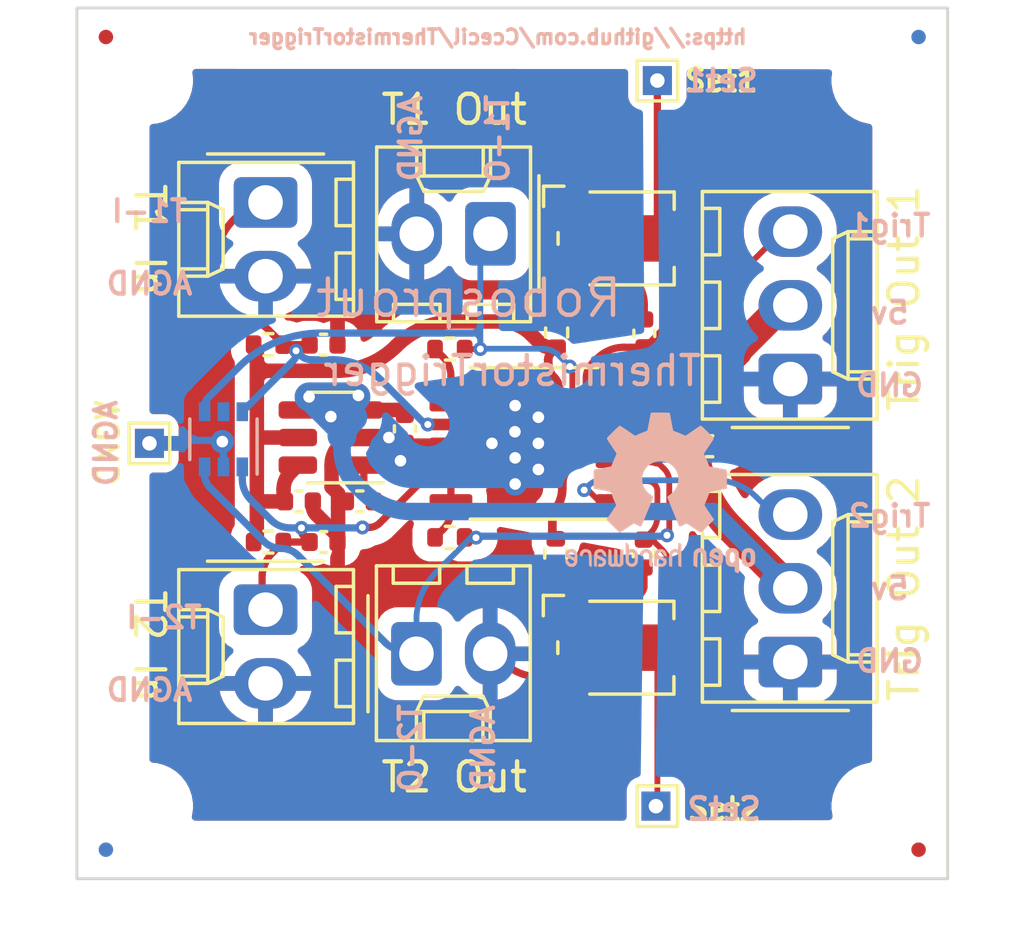
<source format=kicad_pcb>
(kicad_pcb (version 20221018) (generator pcbnew)
  (layers (0 "F.Cu" signal) (31 "B.Cu" signal) (34 "B.Paste" user) (35 "F.Paste" user) (36 "B.SilkS" user "B.Silkscreen") (37 "F.SilkS" user "F.Silkscreen") (38 "B.Mask" user) (39 "F.Mask" user) (44 "Edge.Cuts" user))
  (net 0 "")
  (net 1 "AGND")
  (net 2 "Net-(C2-Pad1)")
  (net 3 "+5V")
  (net 4 "GND")
  (net 5 "Net-(C4-Pad1)")
  (net 6 "Net-(C5-Pad1)")
  (net 7 "A2_out")
  (net 8 "A1_out")
  (net 9 "Net-(R3-Pad2)")
  (net 10 "Net-(R5-Pad2)")
  (net 11 "Net-(R7-Pad1)")
  (net 12 "Net-(R8-Pad1)")
  (net 13 "Net-(C3-Pad1)")
  (net 14 "Net-(C6-Pad1)")
  (net 15 "+3.3V")
  (net 16 "Net-(J5-Pad3)")
  (net 17 "Net-(J6-Pad3)")
  (net 19 "Net-(NT2-Pad2)")
  (footprint "Resistor_SMD:R_0402_1005Metric" (layer "F.Cu") (at 90.1 91.4)
    (fp_text reference "R2" hide)
    (fp_text value "4.7k" hide)
  )
  (footprint "Package_SO:TSSOP-14_4.4x5mm_P0.65mm" (layer "F.Cu") (at 99.25 88 180)
    (fp_text reference "U1" hide)
    (fp_text value "LMV324" hide)
  )
  (footprint "Potentiometer_SMD:Potentiometer_Bourns_TC33X_Vertical" (layer "F.Cu") (at 102.17 95.04)
    (fp_text reference "R6" hide)
    (fp_text value "100k" hide)
  )
  (footprint "Capacitor_SMD:C_0402_1005Metric" (layer "F.Cu") (at 103.05 84.21 90)
    (fp_text reference "C4" hide)
    (fp_text value "1uf" hide)
  )
  (footprint "Resistor_SMD:R_0402_1005Metric" (layer "F.Cu") (at 100 91.8 -90)
    (fp_text reference "R5" hide)
    (fp_text value "4.7k" hide)
  )
  (footprint "Connector_Molex:Molex_KK-254_AE-6410-02A_1x02_P2.54mm_Vertical" (layer "F.Cu") (at 95.2 95.25)
    (fp_text reference "J4" hide)
    (fp_text value "Conn_01x02_Male" hide)
  )
  (footprint "Resistor_SMD:R_0402_1005Metric" (layer "F.Cu") (at 96.35 91.24)
    (fp_text reference "R8" hide)
    (fp_text value "4.7k" hide)
  )
  (footprint "Connector_Molex:Molex_KK-254_AE-6410-02A_1x02_P2.54mm_Vertical" (layer "F.Cu") (at 90 93.73 -90)
    (fp_text reference "J2" hide)
    (fp_text value "Conn_01x02_Male" hide)
  )
  (footprint "Resistor_SMD:R_0402_1005Metric" (layer "F.Cu") (at 96.35 84.75)
    (fp_text reference "R7" hide)
    (fp_text value "4.7k" hide)
  )
  (footprint "Capacitor_SMD:C_0402_1005Metric" (layer "F.Cu") (at 93.25 90 180)
    (fp_text reference "C6" hide)
    (fp_text value "1uf" hide)
  )
  (footprint "MountingHole:MountingHole_2.5mm" (layer "F.Cu") (at 111 75.5)
    (fp_text reference "H2" hide)
    (fp_text value "MountingHole")
  )
  (footprint "NetTie:NetTie-2_SMD_Pad0.5mm" (layer "F.Cu") (at 90.2 87.8)
    (fp_text reference "NT2" hide)
    (fp_text value "NetTie_2" hide)
  )
  (footprint "TestPoint:TestPoint_THTPad_1.0x1.0mm_Drill0.5mm" (layer "F.Cu") (at 103.5 100.5)
    (fp_text reference "TP3" hide)
    (fp_text value "TestPoint")
  )
  (footprint "Connector_Molex:Molex_KK-254_AE-6410-02A_1x02_P2.54mm_Vertical" (layer "F.Cu") (at 90 79.7 -90)
    (fp_text reference "J1" hide)
    (fp_text value "Conn_01x02_Male" hide)
  )
  (footprint "Connector_Molex:Molex_KK-254_AE-6410-03A_1x03_P2.54mm_Vertical" (layer "F.Cu") (at 108.0805 85.7846 90)
    (fp_text reference "J5" hide)
    (fp_text value "Conn_01x03_Male" hide)
  )
  (footprint "Capacitor_SMD:C_0402_1005Metric" (layer "F.Cu") (at 92 91.4)
    (fp_text reference "C3" hide)
    (fp_text value "1uf" hide)
  )
  (footprint "MountingHole:MountingHole_2.5mm" (layer "F.Cu") (at 86 100.5)
    (fp_text reference "H3" hide)
    (fp_text value "MountingHole")
  )
  (footprint "Capacitor_SMD:C_0402_1005Metric" (layer "F.Cu") (at 91.15 90)
    (fp_text reference "C8" hide)
    (fp_text value "1uf")
  )
  (footprint "MountingHole:MountingHole_2.5mm" (layer "F.Cu") (at 86 75.5)
    (fp_text reference "H1" hide)
    (fp_text value "MountingHole")
  )
  (footprint "Capacitor_SMD:C_0402_1005Metric" (layer "F.Cu") (at 94.8 87.5 -90)
    (fp_text reference "C7" hide)
    (fp_text value "1uf" hide)
  )
  (footprint "Capacitor_SMD:C_0402_1005Metric" (layer "F.Cu") (at 92 84.6)
    (fp_text reference "C2" hide)
    (fp_text value "1uf" hide)
  )
  (footprint "MountingHole:MountingHole_2.5mm" (layer "F.Cu") (at 111 100.5)
    (fp_text reference "H4" hide)
    (fp_text value "MountingHole")
  )
  (footprint "Capacitor_SMD:C_0402_1005Metric" (layer "F.Cu") (at 105.3 88.1)
    (fp_text reference "C1" hide)
    (fp_text value "1uf" hide)
  )
  (footprint "Resistor_SMD:R_0402_1005Metric" (layer "F.Cu") (at 100.03 84.18 90)
    (fp_text reference "R3" hide)
    (fp_text value "4.7k" hide)
  )
  (footprint "NetTie:NetTie-2_SMD_Pad0.5mm" (layer "F.Cu") (at 92.5 90.7 -90)
    (fp_text reference "NT1" hide)
    (fp_text value "NetTie_2" hide)
  )
  (footprint "Fiducial:Fiducial_0.5mm_Mask1mm" (layer "F.Cu") (at 112.5 102)
    (fp_text reference "FID2" hide)
    (fp_text value "Fiducial")
  )
  (footprint "TestPoint:TestPoint_THTPad_1.0x1.0mm_Drill0.5mm" (layer "F.Cu") (at 103.5 75.5)
    (fp_text reference "TP2" hide)
    (fp_text value "TestPoint")
  )
  (footprint "Fiducial:Fiducial_0.5mm_Mask1mm" (layer "F.Cu") (at 84.5 74)
    (fp_text reference "FID1" hide)
    (fp_text value "Fiducial")
  )
  (footprint "Potentiometer_SMD:Potentiometer_Bourns_TC33X_Vertical" (layer "F.Cu") (at 102.18 80.94)
    (fp_text reference "R4" hide)
    (fp_text value "100k" hide)
  )
  (footprint "Connector_Molex:Molex_KK-254_AE-6410-02A_1x02_P2.54mm_Vertical" (layer "F.Cu") (at 97.75 80.78 180)
    (fp_text reference "J3" hide)
    (fp_text value "Conn_01x02_Male" hide)
  )
  (footprint "TestPoint:TestPoint_THTPad_1.0x1.0mm_Drill0.5mm" (layer "F.Cu") (at 86 88)
    (fp_text reference "TP1" hide)
    (fp_text value "TestPoint")
  )
  (footprint "Capacitor_SMD:C_0402_1005Metric" (layer "F.Cu") (at 103.03 91.8 -90)
    (fp_text reference "C5" hide)
    (fp_text value "1uf")
  )
  (footprint "Connector_Molex:Molex_KK-254_AE-6410-03A_1x03_P2.54mm_Vertical" (layer "F.Cu") (at 108.0805 95.5346 90)
    (fp_text reference "J6" hide)
    (fp_text value "Conn_01x03_Male" hide)
  )
  (footprint "Package_TO_SOT_SMD:SOT-23-6" (layer "F.Cu") (at 92.25 87.8 180)
    (fp_text reference "U3" hide)
    (fp_text value "MAX6070BAUT33+T" hide)
  )
  (footprint "Resistor_SMD:R_0402_1005Metric" (layer "F.Cu") (at 90.1 84.6)
    (fp_text reference "R1" hide)
    (fp_text value "4.7k" hide)
  )
  (footprint "Fiducial:Fiducial_0.5mm_Mask1mm" (layer "B.Cu") (at 112.5 74 180)
    (fp_text reference "FID4" hide)
    (fp_text value "Fiducial")
  )
  (footprint "Symbol:OSHW-Logo2_7.3x6mm_SilkScreen" (layer "B.Cu") (at 103.6 89.7 180)
    (fp_text reference "REF**" hide)
    (fp_text value "OSHW-Logo2_7.3x6mm_SilkScreen" hide)
  )
  (footprint "Fiducial:Fiducial_0.5mm_Mask1mm" (layer "B.Cu") (at 84.5 102 180)
    (fp_text reference "FID3" hide)
    (fp_text value "Fiducial")
  )
  (footprint "Package_TO_SOT_SMD:SOT-363_SC-70-6" (layer "B.Cu") (at 88.55 87.86 90)
    (fp_text reference "U2" hide)
    (fp_text value "TPD4E1U06DCKR" hide)
  )
  (gr_rect (start 83.5 73) (end 113.5 103) (stroke (width 0.1)) (fill none) (layer "Edge.Cuts"))
  (gr_text "AGND" (at 86 96.5) (layer "B.SilkS") (effects (font (size 0.75 0.75)) (justify mirror)))
  (gr_text "Trig2" (at 111.5 90.5) (layer "B.SilkS") (effects (font (size 0.75 0.75)) (justify mirror)))
  (gr_text "T1-I" (at 86 80) (layer "B.SilkS") (effects (font (size 0.75 0.75)) (justify mirror)))
  (gr_text "Set1" (at 105.7 75.5) (layer "B.SilkS") (effects (font (size 0.75 0.75)) (justify mirror)))
  (gr_text "Set2" (at 105.8 100.6) (layer "B.SilkS") (effects (font (size 0.75 0.75)) (justify mirror)))
  (gr_text "AGND" (at 86 82.5) (layer "B.SilkS") (effects (font (size 0.75 0.75)) (justify mirror)))
  (gr_text "T1-O" (at 98 77.5 90) (layer "B.SilkS") (effects (font (size 0.75 0.75)) (justify mirror)))
  (gr_text "T2-O" (at 95 98.5 90) (layer "B.SilkS") (effects (font (size 0.75 0.75)) (justify mirror)))
  (gr_text "Robosprout" (at 97 83) (layer "B.SilkS") (effects (font (size 1.25 1.25)) (justify mirror)))
  (gr_text "5v" (at 111.5 93) (layer "B.SilkS") (effects (font (size 0.75 0.75)) (justify mirror)))
  (gr_text "GND" (at 111.5 95.5) (layer "B.SilkS") (effects (font (size 0.75 0.75)) (justify mirror)))
  (gr_text "https://github.com/Ccecil/ThermistorTrigger" (at 98 74) (layer "B.SilkS") (effects (font (size 0.5 0.5) (thickness 0.125)) (justify mirror)))
  (gr_text "AGND" (at 84.498681 87.998681 -270) (layer "B.SilkS") (effects (font (size 0.75 0.75)) (justify mirror)))
  (gr_text "GND" (at 111.5 86) (layer "B.SilkS") (effects (font (size 0.75 0.75)) (justify mirror)))
  (gr_text "Trig1" (at 111.5 80.5) (layer "B.SilkS") (effects (font (size 0.75 0.75)) (justify mirror)))
  (gr_text "AGND" (at 97.5 98.5 90) (layer "B.SilkS") (effects (font (size 0.75 0.75)) (justify mirror)))
  (gr_text "T2-I" (at 86.5 94) (layer "B.SilkS") (effects (font (size 0.75 0.75)) (justify mirror)))
  (gr_text "5v" (at 111.5 83.5) (layer "B.SilkS") (effects (font (size 0.75 0.75)) (justify mirror)))
  (gr_text "ThermistorTrigger" (at 98.5 85.5) (layer "B.SilkS") (effects (font (size 1 1)) (justify mirror)))
  (gr_text "AGND" (at 95 77.5 90) (layer "B.SilkS") (effects (font (size 0.75 0.75)) (justify mirror)))
  (gr_text "T2 Out" (at 96.5 99.5) (layer "F.SilkS") (effects (font (size 1 1))))
  (gr_text "AGND" (at 84.5 88 270) (layer "F.SilkS") (effects (font (size 0.75 0.75))))
  (gr_text "Set1" (at 105.7 75.5) (layer "F.SilkS") (effects (font (size 0.75 0.75))))
  (gr_text "Trig Out 1" (at 112 83 90) (layer "F.SilkS") (effects (font (size 1 1))))
  (gr_text "T1 In" (at 86 81 270) (layer "F.SilkS") (effects (font (size 1 1))))
  (gr_text "T1 Out" (at 96.5 76.5) (layer "F.SilkS") (effects (font (size 1 1))))
  (gr_text "Trig Out 2" (at 112 93 90) (layer "F.SilkS") (effects (font (size 1 1))))
  (gr_text "T2 In" (at 86 95 270) (layer "F.SilkS") (effects (font (size 1 1))))
  (gr_text "Set2" (at 105.8 100.6) (layer "F.SilkS") (effects (font (size 0.75 0.75))))
  (segment (start 103.038966 92.9464) (end 103.038966 92.295305) (width 0.25) (layer "F.Cu") (net 1))
  (segment (start 91.63 90.165) (end 91.63 90) (width 0.25) (layer "F.Cu") (net 1))
  (segment (start 103.05 83.215) (end 103.05 83.73) (width 0.25) (layer "F.Cu") (net 1))
  (segment (start 103.034483 92.284483) (end 103.03 92.28) (width 0.25) (layer "F.Cu") (net 1))
  (segment (start 100.2169 96.04) (end 99.395893 96.04) (width 0.25) (layer "F.Cu") (net 1))
  (segment (start 92.43636 91.13636) (end 91.746672 90.446672) (width 0.5) (layer "F.Cu") (net 1))
  (segment (start 100.38 79.985) (end 100.38 79.94) (width 0.25) (layer "F.Cu") (net 1))
  (via (at 88.51 87.94) (size 0.8) (drill 0.4) (layers "F.Cu" "B.Cu") (net 1))
  (arc (start 99.395893 96.04) (mid 98.822761 95.93765) (end 98.31869 95.64535) (width 0.25) (layer "F.Cu") (net 1))
  (arc (start 103.038966 92.295305) (mid 103.0378 92.289448) (end 103.034483 92.284483) (width 0.25) (layer "F.Cu") (net 1))
  (arc (start 91.746672 90.446672) (mid 91.660322 90.317439) (end 91.63 90.165) (width 0.5) (layer "F.Cu") (net 1))
  (arc (start 100.411819 80.061819) (mid 100.388269 80.026574) (end 100.38 79.985) (width 0.25) (layer "F.Cu") (net 1))
  (arc (start 102.918448 93.185351) (mid 102.997202 93.075451) (end 103.038966 92.9464) (width 0.25) (layer "F.Cu") (net 1))
  (arc (start 102.68584 82.33584) (mid 102.955357 82.739202) (end 103.05 83.215) (width 0.25) (layer "F.Cu") (net 1))
  (segment (start 88.441715 87.9) (end 86.1 87.9) (width 0.25) (layer "B.Cu") (net 1))
  (segment (start 88.53 87.96) (end 88.51 87.94) (width 0.25) (layer "B.Cu") (net 1))
  (segment (start 88.55 88.008284) (end 88.55 88.81) (width 0.25) (layer "B.Cu") (net 1))
  (arc (start 88.53 87.96) (mid 88.544802 87.982152) (end 88.55 88.008284) (width 0.25) (layer "B.Cu") (net 1))
  (segment (start 95.590135 87.35) (end 96.3875 87.35) (width 0.25) (layer "F.Cu") (net 2))
  (segment (start 90.61 84.6) (end 90.102444 84.092444) (width 0.25) (layer "F.Cu") (net 2))
  (segment (start 90.61 84.6) (end 91.39025 84.6) (width 0.25) (layer "F.Cu") (net 2))
  (segment (start 91.05 84.8105) (end 91.168752 84.691747) (width 0.25) (layer "F.Cu") (net 2))
  (segment (start 89.358578 79.841421) (end 88.899999 80.299999) (width 0.25) (layer "F.Cu") (net 2))
  (segment (start 88.812132 83.7) (end 89.155 83.7) (width 0.25) (layer "F.Cu") (net 2))
  (segment (start 88.3 83.187867) (end 88.3 81.748528) (width 0.25) (layer "F.Cu") (net 2))
  (segment (start 89.7 79.7) (end 89.9 79.7) (width 0.25) (layer "F.Cu") (net 2))
  (via (at 91.05 84.8105) (size 0.48) (drill 0.24) (layers "F.Cu" "B.Cu") (net 2))
  (via (at 95.590135 87.35) (size 0.48) (drill 0.24) (layers "F.Cu" "B.Cu") (net 2))
  (arc (start 91.168752 84.691747) (mid 91.270376 84.623844) (end 91.39025 84.6) (width 0.25) (layer "F.Cu") (net 2))
  (arc (start 88.3 83.187867) (mid 88.338983 83.383852) (end 88.45 83.55) (width 0.25) (layer "F.Cu") (net 2))
  (arc (start 88.3 81.748528) (mid 88.455934 80.96459) (end 88.899999 80.299999) (width 0.25) (layer "F.Cu") (net 2))
  (arc (start 90.102444 84.092444) (mid 89.667753 83.801992) (end 89.155 83.7) (width 0.25) (layer "F.Cu") (net 2))
  (arc (start 88.812132 83.7) (mid 88.616147 83.661016) (end 88.45 83.55) (width 0.25) (layer "F.Cu") (net 2))
  (arc (start 89.358578 79.841421) (mid 89.515223 79.736754) (end 89.7 79.7) (width 0.25) (layer "F.Cu") (net 2))
  (segment (start 91.05 84.8105) (end 91.20475 84.96525) (width 0.25) (layer "B.Cu") (net 2))
  (segment (start 91.05 84.8105) (end 91.05 84.93525) (width 0.25) (layer "B.Cu") (net 2))
  (segment (start 95.590135 87.35) (end 95.549635 87.35) (width 0.25) (layer "B.Cu") (net 2))
  (segment (start 90.961788 85.148211) (end 89.2 86.91) (width 0.25) (layer "B.Cu") (net 2))
  (segment (start 92.319317 85.12) (end 91.578349 85.12) (width 0.25) (layer "B.Cu") (net 2))
  (segment (start 93.957828 85.798693) (end 95.480497 87.321362) (width 0.25) (layer "B.Cu") (net 2))
  (arc (start 90.961788 85.148211) (mid 91.027074 85.050503) (end 91.05 84.93525) (width 0.25) (layer "B.Cu") (net 2))
  (arc (start 95.549635 87.35) (mid 95.512217 87.342557) (end 95.480497 87.321362) (width 0.25) (layer "B.Cu") (net 2))
  (arc (start 93.957828 85.798693) (mid 93.206072 85.296386) (end 92.319317 85.12) (width 0.25) (layer "B.Cu") (net 2))
  (arc (start 91.20475 84.96525) (mid 91.376158 85.079781) (end 91.578349 85.12) (width 0.25) (layer "B.Cu") (net 2))
  (segment (start 92.275 87.054361) (end 92.25 87.079361) (width 0.5) (layer "F.Cu") (net 3))
  (segment (start 93.08993 86.3495) (end 93.2 86.3495) (width 0.5) (layer "F.Cu") (net 3))
  (segment (start 91.985319 86.4) (end 91.5 86.4) (width 0.5) (layer "F.Cu") (net 3))
  (segment (start 92.135319 86.96468) (end 92.25 87.079361) (width 0.5) (layer "F.Cu") (net 3))
  (segment (start 92.3 86.71468) (end 92.3 86.994005) (width 0.5) (layer "F.Cu") (net 3))
  (segment (start 92.36468 86.96468) (end 92.25 87.079361) (width 0.5) (layer "F.Cu") (net 3))
  (segment (start 107.717066 83.33953) (end 106.302913 84.753683) (width 1) (layer "F.Cu") (net 3))
  (segment (start 92.154386 87.054386) (end 91.5 86.4) (width 0.5) (layer "F.Cu") (net 3))
  (segment (start 102.1125 88) (end 104.27 88) (width 0.4) (layer "F.Cu") (net 3))
  (segment (start 104.8105 88.009974) (end 104.8105 87.338331) (width 1) (layer "F.Cu") (net 3))
  (segment (start 92.25 87.079361) (end 92.90203 86.42733) (width 0.5) (layer "F.Cu") (net 3))
  (segment (start 91.858456 86.85) (end 91.1125 86.85) (width 0.5) (layer "F.Cu") (net 3))
  (segment (start 93.3875 86.85) (end 92.641543 86.85) (width 0.5) (layer "F.Cu") (net 3))
  (segment (start 106.022923 90.937023) (end 108.0805 92.9946) (width 1) (layer "F.Cu") (net 3))
  (segment (start 94.715 86.935) (end 94.8 87.02) (width 0.5) (layer "F.Cu") (net 3))
  (segment (start 93.2 86.3495) (end 93.17475 86.37475) (width 0.5) (layer "F.Cu") (net 3))
  (segment (start 92.25 87.079361) (end 92.21468 87.079361) (width 0.5) (layer "F.Cu") (net 3))
  (segment (start 94.509791 86.85) (end 93.3875 86.85) (width 0.5) (layer "F.Cu") (net 3))
  (segment (start 92.61468 86.4) (end 91.985319 86.4) (width 0.5) (layer "F.Cu") (net 3))
  (segment (start 93.113791 86.4) (end 92.61468 86.4) (width 0.5) (layer "F.Cu") (net 3))
  (segment (start 105.547999 85.557848) (end 106.268086 84.837762) (width 1) (layer "F.Cu") (net 3))
  (via (at 91.5 86.4) (size 0.8) (drill 0.4) (layers "F.Cu" "B.Cu") (net 3))
  (via (at 93.2 86.3495) (size 0.8) (drill 0.4) (layers "F.Cu" "B.Cu") (net 3))
  (via (at 92.25 87.079361) (size 0.8) (drill 0.4) (layers "F.Cu" "B.Cu") (net 3))
  (arc (start 92.135319 86.96468) (mid 92.008293 86.879804) (end 91.858456 86.85) (width 0.5) (layer "F.Cu") (net 3))
  (arc (start 105.547999 85.557848) (mid 105.002169 86.37474) (end 104.8105 87.338331) (width 1) (layer "F.Cu") (net 3))
  (arc (start 92.154386 87.054386) (mid 92.182049 87.07287) (end 92.21468 87.079361) (width 0.5) (layer "F.Cu") (net 3))
  (arc (start 92.3 86.71468) (mid 92.392167 86.492167) (end 92.61468 86.4) (width 0.5) (layer "F.Cu") (net 3))
  (arc (start 92.275 87.054361) (mid 92.293502 87.026669) (end 92.3 86.994005) (width 0.5) (layer "F.Cu") (net 3))
  (arc (start 92.3 86.71468) (mid 92.207832 86.492167) (end 91.985319 86.4) (width 0.5) (layer "F.Cu") (net 3))
  (arc (start 104.8105 88.009974) (mid 105.125598 89.594081) (end 106.022923 90.937023) (width 1) (layer "F.Cu") (net 3))
  (arc (start 94.715 86.935) (mid 94.620849 86.87209) (end 94.509791 86.85) (width 0.5) (layer "F.Cu") (net 3))
  (arc (start 93.113791 86.4) (mid 93.146781 86.393437) (end 93.17475 86.37475) (width 0.5) (layer "F.Cu") (net 3))
  (arc (start 93.08993 86.3495) (mid 92.988239 86.369727) (end 92.90203 86.42733) (width 0.5) (layer "F.Cu") (net 3))
  (arc (start 92.36468 86.96468) (mid 92.491706 86.879804) (end 92.641543 86.85) (width 0.5) (layer "F.Cu") (net 3))
  (segment (start 95.05033 90.35) (end 105.421281 90.35) (width 0.6) (layer "B.Cu") (net 3))
  (segment (start 93.005368 87.094631) (end 92.827978 87.27202) (width 1) (layer "B.Cu") (net 3))
  (segment (start 105.4332 90.3473) (end 108.0805 92.9946) (width 0.6) (layer "B.Cu") (net 3))
  (segment (start 93.113791 86.4) (end 91.5 86.4) (width 1) (layer "B.Cu") (net 3))
  (segment (start 93.2 86.3495) (end 93.17475 86.37475) (width 0.5) (layer "B.Cu") (net 3))
  (segment (start 92.442659 87.272021) (end 92.25 87.079361) (width 1) (layer "B.Cu") (net 3))
  (segment (start 92.635319 88.2) (end 92.635319 87.737143) (width 0.6) (layer "B.Cu") (net 3))
  (segment (start 93.2 86.62475) (end 93.2 86.3495) (width 0.5) (layer "B.Cu") (net 3))
  (segment (start 91.595613 86.424974) (end 92.25 87.079361) (width 1) (layer "B.Cu") (net 3))
  (segment (start 93.155268 89.455268) (end 93.342659 89.642659) (width 0.6) (layer "B.Cu") (net 3))
  (segment (start 91.535319 86.4) (end 91.5 86.4) (width 0.5) (layer "B.Cu") (net 3))
  (arc (start 92.827978 87.27202) (mid 92.635318 87.351823) (end 92.442659 87.272021) (width 1) (layer "B.Cu") (net 3))
  (arc (start 91.595613 86.424974) (mid 91.56795 86.40649) (end 91.535319 86.4) (width 1) (layer "B.Cu") (net 3))
  (arc (start 105.4332 90.3473) (mid 105.4305 90.346181) (end 105.4278 90.3473) (width 0.6) (layer "B.Cu") (net 3))
  (arc (start 92.827978 87.27202) (mid 92.685389 87.48542) (end 92.635319 87.737143) (width 1) (layer "B.Cu") (net 3))
  (arc (start 92.635319 87.737143) (mid 92.585248 87.48542) (end 92.442659 87.272021) (width 0.6) (layer "B.Cu") (net 3))
  (arc (start 93.2 86.62475) (mid 93.149416 86.879047) (end 93.005368 87.094631) (width 0.5) (layer "B.Cu") (net 3))
  (arc (start 93.155268 89.455268) (mid 92.770449 88.879346) (end 92.635319 88.2) (width 0.6) (layer "B.Cu") (net 3))
  (arc (start 93.113791 86.4) (mid 93.146781 86.393437) (end 93.17475 86.37475) (width 0.5) (layer "B.Cu") (net 3))
  (arc (start 105.4278 90.3473) (mid 105.424809 90.349298) (end 105.421281 90.35) (width 0.6) (layer "B.Cu") (net 3))
  (arc (start 95.05033 90.35) (mid 94.126145 90.166168) (end 93.342659 89.642659) (width 0.6) (layer "B.Cu") (net 3))
  (segment (start 97.916462 87.98) (end 97.923507 87.98) (width 0.3) (layer "F.Cu") (net 4))
  (segment (start 97.96174 87.98) (end 97.953507 87.98) (width 0.3) (layer "F.Cu") (net 4))
  (segment (start 97.88298 87.98) (end 97.890605 87.98) (width 0.3) (layer "F.Cu") (net 4))
  (segment (start 97.965857 87.98) (end 97.96174 87.98) (width 0.3) (layer "F.Cu") (net 4))
  (segment (start 97.843534 87.98) (end 97.861766 87.98) (width 0.3) (layer "F.Cu") (net 4))
  (segment (start 93.195372 87.8) (end 93.091635 87.8) (width 0.5) (layer "F.Cu") (net 4))
  (segment (start 94.25 87.8) (end 94.25 88) (width 0.25) (layer "F.Cu") (net 4))
  (segment (start 94.32436 87.8) (end 93.98764 87.8) (width 0.5) (layer "F.Cu") (net 4))
  (segment (start 92.5 89.73) (end 92.5 90.2) (width 0.5) (layer "F.Cu") (net 4))
  (segment (start 94.49272 87.8) (end 94.32436 87.8) (width 0.5) (layer "F.Cu") (net 4))
  (segment (start 93.837312 87.8) (end 93.98764 87.8) (width 0.5) (layer "F.Cu") (net 4))
  (segment (start 93.047441 87.8) (end 93.091635 87.8) (width 0.5) (layer "F.Cu") (net 4))
  (segment (start 97.935275 87.98) (end 97.923507 87.98) (width 0.3) (layer "F.Cu") (net 4))
  (segment (start 93.837312 87.8) (end 93.706185 87.8) (width 0.5) (layer "F.Cu") (net 4))
  (segment (start 93.70162 87.8) (end 93.706185 87.8) (width 0.5) (layer "F.Cu") (net 4))
  (segment (start 92.969638 87.8) (end 93.016743 87.8) (width 0.25) (layer "F.Cu") (net 4))
  (segment (start 97.685884 87.98) (end 97.634116 87.98) (width 0.3) (layer "F.Cu") (net 4))
  (segment (start 92.763971 87.8625) (end 92.550736 88.075736) (width 0.5) (layer "F.Cu") (net 4))
  (segment (start 97.99 87.99) (end 98 88) (width 0.3) (layer "F.Cu") (net 4))
  (segment (start 97.916462 87.98) (end 97.890605 87.98) (width 0.3) (layer "F.Cu") (net 4))
  (segment (start 93.31737 87.8) (end 93.29911 87.8) (width 0.5) (layer "F.Cu") (net 4))
  (segment (start 93.225871 87.8) (end 93.195372 87.8) (width 0.5) (layer "F.Cu") (net 4))
  (segment (start 92.969638 87.8) (end 92.933119 87.8) (width 0.25) (layer "F.Cu") (net 4))
  (segment (start 93.26861 87.8) (end 93.225871 87.8) (width 0.5) (layer "F.Cu") (net 4))
  (segment (start 97.42 87.98) (end 94.906066 87.98) (width 0.3) (layer "F.Cu") (net 4))
  (segment (start 93.33563 87.8) (end 93.31737 87.8) (width 0.5) (layer "F.Cu") (net 4))
  (segment (start 97.58 87.98) (end 97.42 87.98) (width 0.3) (layer "F.Cu") (net 4))
  (segment (start 93.33563 87.8) (end 93.361564 87.8) (width 0.5) (layer "F.Cu") (net 4))
  (segment (start 93.431692 87.8) (end 93.361564 87.8) (width 0.5) (layer "F.Cu") (net 4))
  (segment (start 97.796463 87.98) (end 97.775276 87.98) (width 0.3) (layer "F.Cu") (net 4))
  (segment (start 97.77058 87.98) (end 97.765884 87.98) (width 0.3) (layer "F.Cu") (net 4))
  (segment (start 93.457626 87.8) (end 93.431692 87.8) (width 0.5) (layer "F.Cu") (net 4))
  (segment (start 97.843534 87.98) (end 97.796463 87.98) (width 0.3) (layer "F.Cu") (net 4))
  (segment (start 93.29911 87.8) (end 93.28085 87.8) (width 0.5) (layer "F.Cu") (net 4))
  (segment (start 97.765884 87.98) (end 97.737652 87.98) (width 0.3) (layer "F.Cu") (net 4))
  (segment (start 93.579623 87.8) (end 93.457626 87.8) (width 0.5) (layer "F.Cu") (net 4))
  (segment (start 93.047441 87.8) (end 93.032092 87.8) (width 0.5) (layer "F.Cu") (net 4))
  (segment (start 97.88298 87.98) (end 97.872373 87.98) (width 0.3) (layer "F.Cu") (net 4))
  (segment (start 94.65 88.236066) (end 94.65 88.6) (width 0.25) (layer "F.Cu") (net 4))
  (segment (start 97.58 87.98) (end 97.634116 87.98) (width 0.3) (layer "F.Cu") (net 4))
  (segment (start 94.725 87.905) (end 94.71 87.89) (width 0.5) (layer "F.Cu") (net 4))
  (segment (start 93.26861 87.8) (end 93.28085 87.8) (width 0.5) (layer "F.Cu") (net 4))
  (segment (start 97.775276 87.98) (end 97.77058 87.98) (width 0.3) (layer "F.Cu") (net 4))
  (segment (start 92.933119 87.8) (end 92.91486 87.8) (width 0.25) (layer "F.Cu") (net 4))
  (segment (start 92.275 88.741421) (end 92.275 89.505) (width 0.5) (layer "F.Cu") (net 4))
  (segment (start 97.737652 87.98) (end 97.685884 87.98) (width 0.3) (layer "F.Cu") (net 4))
  (segment (start 93.70162 87.8) (end 93.579623 87.8) (width 0.5) (layer "F.Cu") (net 4))
  (segment (start 97.947043 87.98) (end 97.935275 87.98) (width 0.3) (layer "F.Cu") (net 4))
  (segment (start 97.947043 87.98) (end 97.953507 87.98) (width 0.3) (layer "F.Cu") (net 4))
  (segment (start 92.275 89.505) (end 92.5 89.73) (width 0.5) (layer "F.Cu") (net 4))
  (segment (start 93.032092 87.8) (end 93.016743 87.8) (width 0.25) (layer "F.Cu") (net 4))
  (segment (start 97.872373 87.98) (end 97.861766 87.98) (width 0.3) (layer "F.Cu") (net 4))
  (segment (start 94.65 88.6) (end 94.391421 88.341421) (width 0.25) (layer "F.Cu") (net 4))
  (via (at 99.4 88) (size 0.8) (drill 0.4) (layers "F.Cu" "B.Cu") (net 4))
  (via (at 99.4 88.9) (size 0.8) (drill 0.4) (layers "F.Cu" "B.Cu") (net 4))
  (via (at 94.65 88.6) (size 0.8) (drill 0.4) (layers "F.Cu" "B.Cu") (net 4))
  (via (at 99.4 87.1) (size 0.8) (drill 0.4) (layers "F.Cu" "B.Cu") (net 4))
  (via (at 97.8 88) (size 0.8) (drill 0.4) (layers "F.Cu" "B.Cu") (net 4))
  (via (at 98.6 88.5) (size 0.8) (drill 0.4) (layers "F.Cu" "B.Cu") (net 4))
  (via (at 98.592001 87.6) (size 0.8) (drill 0.4) (layers "F.Cu" "B.Cu") (net 4))
  (via (at 94.25 87.8) (size 0.8) (drill 0.4) (layers "F.Cu" "B.Cu") (net 4))
  (via (at 98.6 89.4) (size 0.8) (drill 0.4) (layers "F.Cu" "B.Cu") (net 4))
  (via (at 98.6 86.7) (size 0.8) (drill 0.4) (layers "F.Cu" "B.Cu") (net 4))
  (arc (start 92.91486 87.8) (mid 92.833199 87.816243) (end 92.763971 87.8625) (width 0.5) (layer "F.Cu") (net 4))
  (arc (start 97.965857 87.98) (mid 97.978923 87.982598) (end 97.99 87.99) (width 0.3) (layer "F.Cu") (net 4))
  (arc (start 94.725 88.055) (mid 94.808073 87.999491) (end 94.906066 87.98) (width 0.3) (layer "F.Cu") (net 4))
  (arc (start 94.25 88) (mid 94.286754 88.184775) (end 94.391421 88.341421) (width 0.25) (layer "F.Cu") (net 4))
  (arc (start 94.65 88.236066) (mid 94.669491 88.138073) (end 94.725 88.055) (width 0.25) (layer "F.Cu") (net 4))
  (arc (start 94.71 87.89) (mid 94.610311 87.82339) (end 94.49272 87.8) (width 0.5) (layer "F.Cu") (net 4))
  (arc (start 94.725 87.905) (mid 94.808073 87.960508) (end 94.906066 87.98) (width 0.5) (layer "F.Cu") (net 4))
  (arc (start 94.725 87.905) (mid 94.756066 87.98) (end 94.725 88.055) (width 0.25) (layer "F.Cu") (net 4))
  (arc (start 92.550736 88.075736) (mid 92.346661 88.381154) (end 92.275 88.741421) (width 0.5) (layer "F.Cu") (net 4))
  (segment (start 103.5 75.5) (end 103.5 80.790554) (width 0.25) (layer "F.Cu") (net 5))
  (segment (start 103.5 80.790554) (end 103.685 80.975554) (width 0.25) (layer "F.Cu") (net 5))
  (segment (start 101.688387 86.7) (end 102.1125 86.7) (width 0.25) (layer "F.Cu") (net 5))
  (segment (start 102.347401 84.69) (end 103.05 84.69) (width 0.25) (layer "F.Cu") (net 5))
  (segment (start 103.685 84.098804) (end 103.093804 84.69) (width 0.25) (layer "F.Cu") (net 5))
  (segment (start 103.685 80.975554) (end 103.685 84.098804) (width 0.25) (layer "F.Cu") (net 5))
  (segment (start 101.43 85.07) (end 101.266237 85.233762) (width 0.25) (layer "F.Cu") (net 5))
  (segment (start 101.05 86.061612) (end 101.05 85.755806) (width 0.25) (layer "F.Cu") (net 5))
  (arc (start 101.05 86.061612) (mid 101.098594 86.305912) (end 101.236979 86.51302) (width 0.25) (layer "F.Cu") (net 5))
  (arc (start 101.688387 86.7) (mid 101.444087 86.651405) (end 101.236979 86.51302) (width 0.25) (layer "F.Cu") (net 5))
  (arc (start 101.05 85.755806) (mid 101.106198 85.473277) (end 101.266237 85.233762) (width 0.25) (layer "F.Cu") (net 5))
  (arc (start 101.43 85.07) (mid 101.850907 84.788758) (end 102.347401 84.69) (width 0.25) (layer "F.Cu") (net 5))
  (segment (start 103.158578 89.3) (end 102.303217 89.3) (width 0.2) (layer "F.Cu") (net 6))
  (segment (start 103.42253 91.42253) (end 103.66 91.66) (width 0.2) (layer "F.Cu") (net 6))
  (segment (start 103.265 91.085) (end 103.03 91.32) (width 0.2) (layer "F.Cu") (net 6))
  (segment (start 102.303217 89.3) (end 101.921783 89.3) (width 0.2) (layer "F.Cu") (net 6))
  (segment (start 103.5 89.641421) (end 103.5 90.517659) (width 0.2) (layer "F.Cu") (net 6))
  (segment (start 104 92.480832) (end 104 94.391299) (width 0.2) (layer "F.Cu") (net 6))
  (segment (start 103.5 100.45) (end 103.45 100.5) (width 0.2) (layer "F.Cu") (net 6))
  (segment (start 103.5 95.16) (end 103.5 100.45) (width 0.2) (layer "F.Cu") (net 6))
  (arc (start 103.5 90.517659) (mid 103.438925 90.824701) (end 103.265 91.085) (width 0.2) (layer "F.Cu") (net 6))
  (arc (start 103.81 94.85) (mid 103.95062 94.639546) (end 104 94.391299) (width 0.2) (layer "F.Cu") (net 6))
  (arc (start 103.42253 91.42253) (mid 103.308962 91.346646) (end 103.175 91.32) (width 0.2) (layer "F.Cu") (net 6))
  (arc (start 104 92.480832) (mid 103.911636 92.036601) (end 103.66 91.66) (width 0.2) (layer "F.Cu") (net 6))
  (arc (start 103.4 89.4) (mid 103.289234 89.325989) (end 103.158578 89.3) (width 0.2) (layer "F.Cu") (net 6))
  (arc (start 103.4 89.4) (mid 103.47401 89.510764) (end 103.5 89.641421) (width 0.2) (layer "F.Cu") (net 6))
  (segment (start 103.351362 88.664012) (end 103.449537 88.690314) (width 0.2) (layer "F.Cu") (net 7))
  (segment (start 97.25 91.25) (end 97.171 91.25) (width 0.2) (layer "F.Cu") (net 7))
  (segment (start 103.91 89.308747) (end 103.91 91.09) (width 0.2) (layer "F.Cu") (net 7))
  (segment (start 103.91 91.09) (end 103.831987 91.168013) (width 0.2) (layer "F.Cu") (net 7))
  (segment (start 101.698407 88.65) (end 103.170834 88.65) (width 0.2) (layer "F.Cu") (net 7))
  (segment (start 97.171 91.25) (end 97.0105 91.0895) (width 0.2) (layer "F.Cu") (net 7))
  (segment (start 103.577689 88.724013) (end 103.731509 88.877833) (width 0.2) (layer "F.Cu") (net 7))
  (via (at 97.25 91.25) (size 0.48) (drill 0.24) (layers "F.Cu" "B.Cu") (net 7))
  (via (at 103.831987 91.168013) (size 0.48) (drill 0.24) (layers "F.Cu" "B.Cu") (net 7))
  (arc (start 103.170834 88.65) (mid 103.216357 88.650278) (end 103.261874 88.651115) (width 0.2) (layer "F.Cu") (net 7))
  (arc (start 103.731509 88.877833) (mid 103.863611 89.075538) (end 103.91 89.308747) (width 0.2) (layer "F.Cu") (net 7))
  (arc (start 103.449537 88.690314) (mid 103.483537 88.697076) (end 103.518129 88.699343) (width 0.2) (layer "F.Cu") (net 7))
  (arc (start 103.261874 88.651115) (mid 103.307001 88.654906) (end 103.351362 88.664012) (width 0.2) (layer "F.Cu") (net 7))
  (arc (start 103.518129 88.699343) (mid 103.550362 88.705754) (end 103.577689 88.724013) (width 0.2) (layer "F.Cu") (net 7))
  (segment (start 89.93928 91.37428) (end 88.085615 89.520615) (width 0.25) (layer "B.Cu") (net 7))
  (segment (start 97.3 91.2) (end 97.25 91.25) (width 0.25) (layer "B.Cu") (net 7))
  (segment (start 95.202425 95.247575) (end 95.2 95.25) (width 0.2) (layer "B.Cu") (net 7))
  (segment (start 97.069999 91.25) (end 95.889429 92.43057) (width 0.2) (layer "B.Cu") (net 7))
  (segment (start 103.8 91.2) (end 97.3 91.2) (width 0.25) (layer "B.Cu") (net 7))
  (segment (start 87.9 89.0725) (end 87.9 88.81) (width 0.25) (layer "B.Cu") (net 7))
  (segment (start 91.125719 91.865719) (end 94.133725 94.873725) (width 0.25) (layer "B.Cu") (net 7))
  (segment (start 94.68 95.1) (end 95 95.1) (width 0.25) (layer "B.Cu") (net 7))
  (segment (start 97.25 91.25) (end 97.069999 91.25) (width 0.2) (layer "B.Cu") (net 7))
  (segment (start 103.831987 91.168013) (end 103.8 91.2) (width 0.25) (layer "B.Cu") (net 7))
  (segment (start 95.202425 93.940879) (end 95.202425 95.247575) (width 0.2) (layer "B.Cu") (net 7))
  (arc (start 87.9 89.0725) (mid 87.948239 89.315018) (end 88.085615 89.520615) (width 0.25) (layer "B.Cu") (net 7))
  (arc (start 91.125719 91.865719) (mid 90.853547 91.68386) (end 90.5325 91.62) (width 0.25) (layer "B.Cu") (net 7))
  (arc (start 89.93928 91.37428) (mid 90.211451 91.556139) (end 90.5325 91.62) (width 0.25) (layer "B.Cu") (net 7))
  (arc (start 95.889429 92.43057) (mid 95.409822 93.123548) (end 95.202425 93.940879) (width 0.2) (layer "B.Cu") (net 7))
  (arc (start 94.68 95.1) (mid 94.384358 95.041193) (end 94.133725 94.873725) (width 0.25) (layer "B.Cu") (net 7))
  (segment (start 100.4855 85.354563) (end 100.486917 85.354563) (width 0.2) (layer "F.Cu") (net 8))
  (segment (start 97.4 84.75) (end 96.86 84.75) (width 0.2) (layer "F.Cu") (net 8))
  (segment (start 101.698407 87.35) (end 102.1125 87.35) (width 0.2) (layer "F.Cu") (net 8))
  (segment (start 100.570038 86.223914) (end 100.570038 85.605864) (width 0.2) (layer "F.Cu") (net 8))
  (segment (start 100.926357 86.992043) (end 100.991506 87.057192) (width 0.2) (layer "F.Cu") (net 8))
  (via (at 100.4855 85.354563) (size 0.48) (drill 0.24) (layers "F.Cu" "B.Cu") (net 8))
  (via (at 97.4 84.75) (size 0.48) (drill 0.24) (layers "F.Cu" "B.Cu") (net 8))
  (arc (start 101.698407 87.35) (mid 101.315834 87.273901) (end 100.991506 87.057192) (width 0.2) (layer "F.Cu") (net 8))
  (arc (start 100.570038 86.223914) (mid 100.680666 86.639519) (end 100.926357 86.992043) (width 0.2) (layer "F.Cu") (net 8))
  (arc (start 100.486917 85.354563) (mid 100.548237 85.473879) (end 100.570038 85.605864) (width 0.2) (layer "F.Cu") (net 8))
  (segment (start 100.485071 85.352921) (end 100.046806 84.914656) (width 0.2) (layer "B.Cu") (net 8))
  (segment (start 97.4 84.75) (end 97.405 84.745) (width 0.2) (layer "B.Cu") (net 8))
  (segment (start 97.4 84.475) (end 97.4 84.75) (width 0.2) (layer "B.Cu") (net 8))
  (segment (start 97.4 84.475) (end 97.4 83.925) (width 0.2) (layer "B.Cu") (net 8))
  (segment (start 97.4 83.925) (end 97.4 81.240918) (width 0.2) (layer "B.Cu") (net 8))
  (segment (start 89.075 85.375) (end 88.027279 86.42272) (width 0.25) (layer "B.Cu") (net 8))
  (segment (start 99.552356 84.74) (end 97.417071 84.74) (width 0.2) (layer "B.Cu") (net 8))
  (segment (start 91.9117 84.2) (end 97.125 84.2) (width 0.25) (layer "B.Cu") (net 8))
  (segment (start 100.4855 85.354563) (end 100.4855 85.353956) (width 0.2) (layer "B.Cu") (net 8))
  (segment (start 97.535 80.915) (end 97.67 80.78) (width 0.2) (layer "B.Cu") (net 8))
  (segment (start 87.9 86.73) (end 87.9 86.91) (width 0.25) (layer "B.Cu") (net 8))
  (arc (start 97.4 83.925) (mid 97.319454 84.119454) (end 97.125 84.2) (width 0.25) (layer "B.Cu") (net 8))
  (arc (start 97.535 80.915) (mid 97.435085 81.064532) (end 97.4 81.240918) (width 0.2) (layer "B.Cu") (net 8))
  (arc (start 97.417071 84.74) (mid 97.410538 84.741299) (end 97.405 84.745) (width 0.2) (layer "B.Cu") (net 8))
  (arc (start 97.4 84.475) (mid 97.319454 84.280545) (end 97.125 84.2) (width 0.2) (layer "B.Cu") (net 8))
  (arc (start 100.4855 85.353956) (mid 100.485388 85.353396) (end 100.485071 85.352921) (width 0.2) (layer "B.Cu") (net 8))
  (arc (start 89.075 85.375) (mid 90.376489 84.505372) (end 91.9117 84.2) (width 0.25) (layer "B.Cu") (net 8))
  (arc (start 100.046806 84.914656) (mid 99.814174 84.785418) (end 99.552356 84.74) (width 0.2) (layer "B.Cu") (net 8))
  (arc (start 87.9 86.73) (mid 87.933078 86.563701) (end 88.027279 86.42272) (width 0.25) (layer "B.Cu") (net 8))
  (segment (start 100.032018 82.459092) (end 100.032018 83.666555) (width 0.25) (layer "F.Cu") (net 9))
  (segment (start 100.031009 83.668991) (end 100.03 83.67) (width 0.25) (layer "F.Cu") (net 9))
  (arc (start 100.032018 83.666555) (mid 100.031755 83.667873) (end 100.031009 83.668991) (width 0.25) (layer "F.Cu") (net 9))
  (segment (start 100.19 93.86) (end 100.37 94.04) (width 0.25) (layer "F.Cu") (net 10))
  (segment (start 100.012082 93.506074) (end 100.012082 92.330625) (width 0.25) (layer "F.Cu") (net 10))
  (segment (start 100.006041 92.316041) (end 100 92.31) (width 0.25) (layer "F.Cu") (net 10))
  (arc (start 100.19 93.86) (mid 100.073374 93.697253) (end 100.012082 93.506074) (width 0.25) (layer "F.Cu") (net 10))
  (arc (start 100.006041 92.316041) (mid 100.010511 92.322732) (end 100.012082 92.330625) (width 0.25) (layer "F.Cu") (net 10))
  (segment (start 96.3875 85.68464) (end 96.3875 86.7) (width 0.25) (layer "F.Cu") (net 11))
  (segment (start 96.11375 85.02375) (end 95.84 84.75) (width 0.25) (layer "F.Cu") (net 11))
  (arc (start 96.3875 85.68464) (mid 96.316354 85.326969) (end 96.11375 85.02375) (width 0.25) (layer "F.Cu") (net 11))
  (segment (start 96.3875 90.305359) (end 96.3875 89.3) (width 0.25) (layer "F.Cu") (net 12))
  (segment (start 96.11375 90.96625) (end 95.84 91.24) (width 0.25) (layer "F.Cu") (net 12))
  (arc (start 96.3875 90.305359) (mid 96.316354 90.66303) (end 96.11375 90.96625) (width 0.25) (layer "F.Cu") (net 12))
  (segment (start 91.237449 91.015) (end 91.237449 90.912551) (width 0.25) (layer "F.Cu") (net 13))
  (segment (start 95.207959 89.47204) (end 93.939424 90.740574) (width 0.25) (layer "F.Cu") (net 13))
  (segment (start 95.963387 88.65) (end 96.3875 88.65) (width 0.25) (layer "F.Cu") (net 13))
  (segment (start 91.309891 91.189891) (end 91.414945 91.294945) (width 0.25) (layer "F.Cu") (net 13))
  (segment (start 90.245 91.765) (end 90.61 91.4) (width 0.25) (layer "F.Cu") (net 13))
  (segment (start 90.61 91.4) (end 91.37143 91.4) (width 0.25) (layer "F.Cu") (net 13))
  (segment (start 89.881725 92.548246) (end 89.881725 93.539273) (width 0.25) (layer "F.Cu") (net 13))
  (segment (start 95.44204 88.906918) (end 95.511979 88.836979) (width 0.25) (layer "F.Cu") (net 13))
  (segment (start 93.337738 90.897738) (end 93.56 90.897738) (width 0.25) (layer "F.Cu") (net 13))
  (via (at 91.237449 90.912551) (size 0.48) (drill 0.24) (layers "F.Cu" "B.Cu") (net 13))
  (via (at 93.337738 90.897738) (size 0.48) (drill 0.24) (layers "F.Cu" "B.Cu") (net 13))
  (arc (start 95.325 89.189479) (mid 95.355417 89.036558) (end 95.44204 88.906918) (width 0.25) (layer "F.Cu") (net 13))
  (arc (start 95.325 89.189479) (mid 95.294582 89.3424) (end 95.207959 89.47204) (width 0.25) (layer "F.Cu") (net 13))
  (arc (start 89.881725 92.548246) (mid 89.99447 92.124459) (end 90.245 91.765) (width 0.25) (layer "F.Cu") (net 13))
  (arc (start 93.939424 90.740574) (mid 93.765343 90.856892) (end 93.56 90.897738) (width 0.25) (layer "F.Cu") (net 13))
  (arc (start 91.237449 91.015) (mid 91.256276 91.10965) (end 91.309891 91.189891) (width 0.25) (layer "F.Cu") (net 13))
  (arc (start 91.414945 91.294945) (mid 91.428285 91.36201) (end 91.37143 91.4) (width 0.25) (layer "F.Cu") (net 13))
  (arc (start 95.963387 88.65) (mid 95.719087 88.698594) (end 95.511979 88.836979) (width 0.25) (layer "F.Cu") (net 13))
  (segment (start 89.2 89.23) (end 89.2 88.81) (width 0.25) (layer "B.Cu") (net 13))
  (segment (start 91.237449 90.912551) (end 93.31245 90.912551) (width 0.25) (layer "B.Cu") (net 13))
  (segment (start 93.330331 90.905144) (end 93.337738 90.897738) (width 0.25) (layer "B.Cu") (net 13))
  (segment (start 90.85 90.912551) (end 91.237449 90.912551) (width 0.25) (layer "B.Cu") (net 13))
  (segment (start 89.496984 89.946984) (end 90.188583 90.638583) (width 0.25) (layer "B.Cu") (net 13))
  (arc (start 89.496984 89.946984) (mid 89.277183 89.618029) (end 89.2 89.23) (width 0.25) (layer "B.Cu") (net 13))
  (arc (start 90.85 90.912551) (mid 90.492043 90.841349) (end 90.188583 90.638583) (width 0.25) (layer "B.Cu") (net 13))
  (arc (start 93.330331 90.905144) (mid 93.322127 90.910625) (end 93.31245 90.912551) (width 0.25) (layer "B.Cu") (net 13))
  (segment (start 93.411482 89.931578) (end 93.479904 90) (width 0.25) (layer "F.Cu") (net 14))
  (segment (start 93.3875 88.75) (end 93.3875 89.842092) (width 0.25) (layer "F.Cu") (net 14))
  (segment (start 93.479904 90) (end 93.73 90) (width 0.25) (layer "F.Cu") (net 14))
  (arc (start 93.3875 89.842092) (mid 93.394298 89.887931) (end 93.411482 89.931578) (width 0.25) (layer "F.Cu") (net 14))
  (segment (start 99.74 85.122358) (end 99.74 85.264717) (width 0.3) (layer "F.Cu") (net 15))
  (segment (start 92.447918 85.5) (end 90.095 85.5) (width 0.5) (layer "F.Cu") (net 15))
  (segment (start 100.225 89.373438) (end 100.225 89.557524) (width 0.3) (layer "F.Cu") (net 15))
  (segment (start 99.840662 84.879337) (end 99.884999 84.834999) (width 0.3) (layer "F.Cu") (net 15))
  (segment (start 99.941165 91.231165) (end 100 91.29) (width 0.3) (layer "F.Cu") (net 15))
  (segment (start 89.7 84.787781) (end 89.7 85.105) (width 0.5) (layer "F.Cu") (net 15))
  (segment (start 89.645 84.655) (end 89.59 84.6) (width 0.25) (layer "F.Cu") (net 15))
  (segment (start 90.62 90) (end 90.62 89.59075) (width 0.5) (layer "F.Cu") (net 15))
  (segment (start 90.86625 88.99625) (end 91.1125 88.75) (width 0.5) (layer "F.Cu") (net 15))
  (segment (start 99.15604 84.24604) (end 99.447972 84.537972) (width 0.5) (layer "F.Cu") (net 15))
  (segment (start 99.882331 91.089126) (end 99.882331 90.384798) (width 0.3) (layer "F.Cu") (net 15))
  (segment (start 98.084225 83.80208) (end 96.389221 83.80208) (width 0.5) (layer "F.Cu") (net 15))
  (segment (start 90.62 90) (end 89.7 90) (width 0.5) (layer "F.Cu") (net 15))
  (segment (start 89.645 91.345) (end 89.59 91.4) (width 0.5) (layer "F.Cu") (net 15))
  (segment (start 89.7 91.212218) (end 89.7 87.8) (width 0.5) (layer "F.Cu") (net 15))
  (segment (start 89.7 87.8) (end 89.7 85.895) (width 0.5) (layer "F.Cu") (net 15))
  (segment (start 89.7 85.105) (end 89.7 85.895) (width 0.5) (layer "F.Cu") (net 15))
  (segment (start 99.824939 84.69) (end 99.815 84.69) (width 0.5) (layer "F.Cu") (net 15))
  (segment (start 100.1184 86.444584) (end 100.1184 86.178235) (width 0.3) (layer "F.Cu") (net 15))
  (segment (start 100.65 88.347397) (end 100.65 87.727979) (width 0.3) (layer "F.Cu") (net 15))
  (arc (start 89.7 85.895) (mid 89.815692 85.615692) (end 90.095 85.5) (width 0.5) (layer "F.Cu") (net 15))
  (arc (start 99.15604 84.24604) (mid 98.664287 83.917461) (end 98.084225 83.80208) (width 0.5) (layer "F.Cu") (net 15))
  (arc (start 99.882331 91.089126) (mid 99.897621 91.165997) (end 99.941165 91.231165) (width 0.3) (layer "F.Cu") (net 15))
  (arc (start 90.86625 88.99625) (mid 90.683998 89.269008) (end 90.62 89.59075) (width 0.5) (layer "F.Cu") (net 15))
  (arc (start 100.65 88.347397) (mid 100.594773 88.625042) (end 100.4375 88.860418) (width 0.3) (layer "F.Cu") (net 15))
  (arc (start 100.3842 87.086282) (mid 100.187479 86.791868) (end 100.1184 86.444584) (width 0.3) (layer "F.Cu") (net 15))
  (arc (start 100.65 87.727979) (mid 100.58092 87.380695) (end 100.3842 87.086282) (width 0.3) (layer "F.Cu") (net 15))
  (arc (start 89.7 84.787781) (mid 89.685705 84.71592) (end 89.645 84.655) (width 0.25) (layer "F.Cu") (net 15))
  (arc (start 100.4375 88.860418) (mid 100.280226 89.095793) (end 100.225 89.373438) (width 0.3) (layer "F.Cu") (net 15))
  (arc (start 99.882331 90.384798) (mid 100.135943 90.005241) (end 100.225 89.557524) (width 0.3) (layer "F.Cu") (net 15))
  (arc (start 89.7 85.105) (mid 89.815692 85.384307) (end 90.095 85.5) (width 0.5) (layer "F.Cu") (net 15))
  (arc (start 99.447972 84.537972) (mid 99.616365 84.650489) (end 99.815 84.69) (width 0.5) (layer "F.Cu") (net 15))
  (arc (start 99.9292 85.721487) (mid 99.789171 85.511919) (end 99.74 85.264717) (width 0.3) (layer "F.Cu") (net 15))
  (arc (start 99.840662 84.879337) (mid 99.766161 84.990836) (end 99.74 85.122358) (width 0.3) (layer "F.Cu") (net 15))
  (arc (start 99.9292 85.721487) (mid 100.069231 85.931049) (end 100.1184 86.178235) (width 0.3) (layer "F.Cu") (net 15))
  (arc (start 99.824939 84.69) (mid 99.903411 84.742433) (end 99.884999 84.834999) (width 0.3) (layer "F.Cu") (net 15))
  (arc (start 89.7 91.212218) (mid 89.685705 91.284079) (end 89.645 91.345) (width 0.5) (layer "F.Cu") (net 15))
  (arc (start 94.5 84.65) (mid 93.558496 85.279092) (end 92.447918 85.5) (width 0.5) (layer "F.Cu") (net 15))
  (arc (start 94.5 84.65) (mid 95.366743 84.053108) (end 96.389221 83.80208) (width 0.5) (layer "F.Cu") (net 15))
  (segment (start 107.42454 81.075459) (end 105.35052 83.149479) (width 0.2) (layer "F.Cu") (net 16))
  (segment (start 107.52 80.845) (end 107.52 80.71) (width 0.2) (layer "F.Cu") (net 16))
  (segment (start 102.70625 86.05) (end 102.1125 86.05) (width 0.2) (layer "F.Cu") (net 16))
  (segment (start 103.719844 85.630155) (end 104.749479 84.60052) (width 0.2) (layer "F.Cu") (net 16))
  (arc (start 102.70625 86.05) (mid 103.254803 85.940885) (end 103.719844 85.630155) (width 0.2) (layer "F.Cu") (net 16))
  (arc (start 107.42454 81.075459) (mid 107.49519 80.969723) (end 107.52 80.845) (width 0.2) (layer "F.Cu") (net 16))
  (arc (start 105.05 83.875) (mid 104.971897 84.267648) (end 104.749479 84.60052) (width 0.2) (layer "F.Cu") (net 16))
  (arc (start 105.35052 83.149479) (mid 105.128102 83.482351) (end 105.05 83.875) (width 0.2) (layer "F.Cu") (net 16))
  (segment (start 101.04438 89.6105) (end 100.97826 89.6105) (width 0.2) (layer "F.Cu") (net 17))
  (segment (start 101.157253 89.657253) (end 101.5 90) (width 0.2) (layer "F.Cu") (net 17))
  (via (at 100.97826 89.6105) (size 0.48) (drill 0.24) (layers "F.Cu" "B.Cu") (net 17))
  (arc (start 101.157253 89.657253) (mid 101.105466 89.62265) (end 101.04438 89.6105) (width 0.2) (layer "F.Cu") (net 17))
  (segment (start 106.925 89.865) (end 107.52 90.46) (width 0.2) (layer "B.Cu") (net 17))
  (segment (start 101.556025 89.272053) (end 105.621556 89.272053) (width 0.2) (layer "B.Cu") (net 17))
  (segment (start 101.147483 89.441276) (end 100.97826 89.6105) (width 0.2) (layer "B.Cu") (net 17))
  (arc (start 101.556025 89.272053) (mid 101.334923 89.316032) (end 101.147483 89.441276) (width 0.2) (layer "B.Cu") (net 17))
  (arc (start 105.621556 89.272053) (mid 106.326939 89.451072) (end 106.925 89.865) (width 0.2) (layer "B.Cu") (net 17))
  (zone (net 4) (net_name "GND") (layer "F.Cu") (connect_pads (clearance 0.508)) (min_thickness 0.254) (fill yes (thermal_gap 0.508) (thermal_bridge_width 0.508))
    (polygon (pts (xy 98.8 90) (xy 94.2 90) (xy 94.5 89.7) (xy 94.2 89.7) (xy 94.2 86.1) (xy 98.8 86.1)))
  )
  (zone (net 1) (net_name "AGND") (layers "F&B.Cu") (priority 1) (connect_pads (clearance 0.508)) (min_thickness 0.254) (fill yes (thermal_gap 0.508) (thermal_bridge_width 0.508))
    (polygon (pts (xy 103.05 84.21) (xy 91.8 85.9) (xy 91.8 89.7) (xy 103.03 91.8) (xy 102.903765 101) (xy 85.999855 101.000067) (xy 86.000717 75.100179) (xy 102.995609 75.102326)))
  )
  (zone (net 4) (net_name "GND") (layers "F&B.Cu") (connect_pads (clearance 0.508)) (min_thickness 0.254) (fill yes (thermal_gap 0.508) (thermal_bridge_width 0.508))
    (polygon (pts (xy 110.895393 100.979096) (xy 92.834233 101) (xy 92.943481 75.08918) (xy 110.904641 75.117122)))
  )
)
</source>
